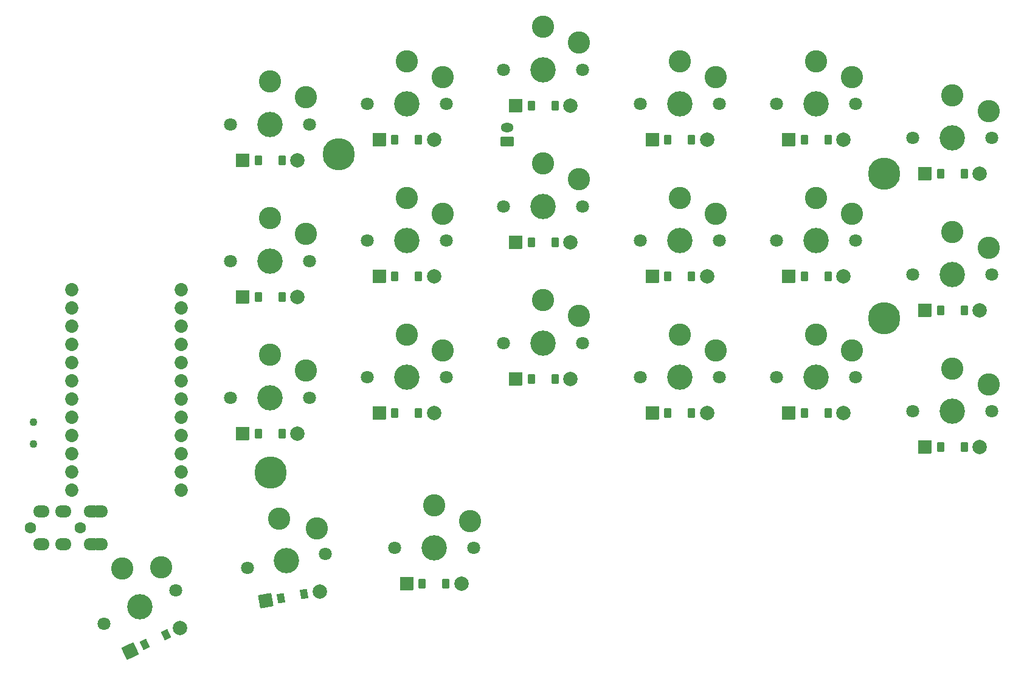
<source format=gbr>
%TF.GenerationSoftware,KiCad,Pcbnew,7.0.9*%
%TF.CreationDate,2024-08-18T04:48:34-07:00*%
%TF.ProjectId,right,72696768-742e-46b6-9963-61645f706362,v1.0.0*%
%TF.SameCoordinates,Original*%
%TF.FileFunction,Soldermask,Top*%
%TF.FilePolarity,Negative*%
%FSLAX46Y46*%
G04 Gerber Fmt 4.6, Leading zero omitted, Abs format (unit mm)*
G04 Created by KiCad (PCBNEW 7.0.9) date 2024-08-18 04:48:34*
%MOMM*%
%LPD*%
G01*
G04 APERTURE LIST*
G04 Aperture macros list*
%AMRoundRect*
0 Rectangle with rounded corners*
0 $1 Rounding radius*
0 $2 $3 $4 $5 $6 $7 $8 $9 X,Y pos of 4 corners*
0 Add a 4 corners polygon primitive as box body*
4,1,4,$2,$3,$4,$5,$6,$7,$8,$9,$2,$3,0*
0 Add four circle primitives for the rounded corners*
1,1,$1+$1,$2,$3*
1,1,$1+$1,$4,$5*
1,1,$1+$1,$6,$7*
1,1,$1+$1,$8,$9*
0 Add four rect primitives between the rounded corners*
20,1,$1+$1,$2,$3,$4,$5,0*
20,1,$1+$1,$4,$5,$6,$7,0*
20,1,$1+$1,$6,$7,$8,$9,0*
20,1,$1+$1,$8,$9,$2,$3,0*%
G04 Aperture macros list end*
%ADD10C,3.529000*%
%ADD11C,1.801800*%
%ADD12C,3.100000*%
%ADD13RoundRect,0.050000X-0.154268X-0.733963X0.661409X-0.353606X0.154268X0.733963X-0.661409X0.353606X0*%
%ADD14RoundRect,0.050000X-0.430000X-1.181415X1.181415X-0.430000X0.430000X1.181415X-1.181415X0.430000X0*%
%ADD15C,2.005000*%
%ADD16RoundRect,0.050000X-0.338975X-0.669026X0.547352X-0.512743X0.338975X0.669026X-0.547352X0.512743X0*%
%ADD17RoundRect,0.050000X-0.721121X-1.029867X1.029867X-0.721121X0.721121X1.029867X-1.029867X0.721121X0*%
%ADD18RoundRect,0.050000X-0.450000X-0.600000X0.450000X-0.600000X0.450000X0.600000X-0.450000X0.600000X0*%
%ADD19RoundRect,0.050000X-0.889000X-0.889000X0.889000X-0.889000X0.889000X0.889000X-0.889000X0.889000X0*%
%ADD20RoundRect,0.050000X0.850000X-0.600000X0.850000X0.600000X-0.850000X0.600000X-0.850000X-0.600000X0*%
%ADD21O,1.800000X1.300000*%
%ADD22C,1.100000*%
%ADD23C,1.600000*%
%ADD24O,2.300000X1.700000*%
%ADD25C,1.852600*%
%ADD26C,0.800000*%
%ADD27C,4.500000*%
G04 APERTURE END LIST*
D10*
%TO.C,S1*%
X158356792Y-179205955D03*
D11*
X163341485Y-176881555D03*
X153372099Y-181530355D03*
D12*
X161303512Y-173694209D03*
X155842213Y-173813424D03*
%TD*%
D10*
%TO.C,S2*%
X178741107Y-172778805D03*
D11*
X184157550Y-171823740D03*
X173324664Y-173733870D03*
D12*
X183013965Y-168217535D03*
X177707900Y-166919199D03*
%TD*%
D10*
%TO.C,S3*%
X199300400Y-170980100D03*
D11*
X204800400Y-170980100D03*
X193800400Y-170980100D03*
D12*
X204300400Y-167230100D03*
X199300400Y-165030100D03*
%TD*%
D10*
%TO.C,S4*%
X271490400Y-151930100D03*
D11*
X276990400Y-151930100D03*
X265990400Y-151930100D03*
D12*
X276490400Y-148180100D03*
X271490400Y-145980100D03*
%TD*%
D10*
%TO.C,S5*%
X271490400Y-132880100D03*
D11*
X276990400Y-132880100D03*
X265990400Y-132880100D03*
D12*
X276490400Y-129130100D03*
X271490400Y-126930100D03*
%TD*%
D10*
%TO.C,S6*%
X271490400Y-113830100D03*
D11*
X276990400Y-113830100D03*
X265990400Y-113830100D03*
D12*
X276490400Y-110080100D03*
X271490400Y-107880100D03*
%TD*%
D10*
%TO.C,S7*%
X252490400Y-147167600D03*
D11*
X257990400Y-147167600D03*
X246990400Y-147167600D03*
D12*
X257490400Y-143417600D03*
X252490400Y-141217600D03*
%TD*%
D10*
%TO.C,S8*%
X252490400Y-128117600D03*
D11*
X257990400Y-128117600D03*
X246990400Y-128117600D03*
D12*
X257490400Y-124367600D03*
X252490400Y-122167600D03*
%TD*%
D10*
%TO.C,S9*%
X252490400Y-109067600D03*
D11*
X257990400Y-109067600D03*
X246990400Y-109067600D03*
D12*
X257490400Y-105317600D03*
X252490400Y-103117600D03*
%TD*%
D10*
%TO.C,S10*%
X233490400Y-147167600D03*
D11*
X238990400Y-147167600D03*
X227990400Y-147167600D03*
D12*
X238490400Y-143417600D03*
X233490400Y-141217600D03*
%TD*%
D10*
%TO.C,S11*%
X233490400Y-128117600D03*
D11*
X238990400Y-128117600D03*
X227990400Y-128117600D03*
D12*
X238490400Y-124367600D03*
X233490400Y-122167600D03*
%TD*%
D10*
%TO.C,S12*%
X233490400Y-109067600D03*
D11*
X238990400Y-109067600D03*
X227990400Y-109067600D03*
D12*
X238490400Y-105317600D03*
X233490400Y-103117600D03*
%TD*%
D10*
%TO.C,S13*%
X214490400Y-142405100D03*
D11*
X219990400Y-142405100D03*
X208990400Y-142405100D03*
D12*
X219490400Y-138655100D03*
X214490400Y-136455100D03*
%TD*%
D10*
%TO.C,S14*%
X214490400Y-123355100D03*
D11*
X219990400Y-123355100D03*
X208990400Y-123355100D03*
D12*
X219490400Y-119605100D03*
X214490400Y-117405100D03*
%TD*%
D10*
%TO.C,S15*%
X214490400Y-104305100D03*
D11*
X219990400Y-104305100D03*
X208990400Y-104305100D03*
D12*
X219490400Y-100555100D03*
X214490400Y-98355100D03*
%TD*%
D10*
%TO.C,S16*%
X195490400Y-147167600D03*
D11*
X200990400Y-147167600D03*
X189990400Y-147167600D03*
D12*
X200490400Y-143417600D03*
X195490400Y-141217600D03*
%TD*%
D10*
%TO.C,S17*%
X195490400Y-128117600D03*
D11*
X200990400Y-128117600D03*
X189990400Y-128117600D03*
D12*
X200490400Y-124367600D03*
X195490400Y-122167600D03*
%TD*%
D10*
%TO.C,S18*%
X195490400Y-109067600D03*
D11*
X200990400Y-109067600D03*
X189990400Y-109067600D03*
D12*
X200490400Y-105317600D03*
X195490400Y-103117600D03*
%TD*%
D10*
%TO.C,S19*%
X176490400Y-150025100D03*
D11*
X181990400Y-150025100D03*
X170990400Y-150025100D03*
D12*
X181490400Y-146275100D03*
X176490400Y-144075100D03*
%TD*%
D10*
%TO.C,S20*%
X176490400Y-130975100D03*
D11*
X181990400Y-130975100D03*
X170990400Y-130975100D03*
D12*
X181490400Y-127225100D03*
X176490400Y-125025100D03*
%TD*%
D10*
%TO.C,S21*%
X176490400Y-111925100D03*
D11*
X181990400Y-111925100D03*
X170990400Y-111925100D03*
D12*
X181490400Y-108175100D03*
X176490400Y-105975100D03*
%TD*%
D13*
%TO.C,D1*%
X158974475Y-184434814D03*
X161965291Y-183040174D03*
D14*
X157016850Y-185347670D03*
D15*
X163922916Y-182127318D03*
%TD*%
D16*
%TO.C,D2*%
X177984415Y-177989363D03*
X181234281Y-177416325D03*
D17*
X175857230Y-178364444D03*
D15*
X183361466Y-177041244D03*
%TD*%
D18*
%TO.C,D3*%
X197650400Y-175980100D03*
X200950400Y-175980100D03*
D19*
X195490400Y-175980100D03*
D15*
X203110400Y-175980100D03*
%TD*%
D18*
%TO.C,D4*%
X269840400Y-156930100D03*
X273140400Y-156930100D03*
D19*
X267680400Y-156930100D03*
D15*
X275300400Y-156930100D03*
%TD*%
D18*
%TO.C,D5*%
X269840400Y-137880100D03*
X273140400Y-137880100D03*
D19*
X267680400Y-137880100D03*
D15*
X275300400Y-137880100D03*
%TD*%
D18*
%TO.C,D6*%
X269840400Y-118830100D03*
X273140400Y-118830100D03*
D19*
X267680400Y-118830100D03*
D15*
X275300400Y-118830100D03*
%TD*%
D18*
%TO.C,D7*%
X250840400Y-152167600D03*
X254140400Y-152167600D03*
D19*
X248680400Y-152167600D03*
D15*
X256300400Y-152167600D03*
%TD*%
D18*
%TO.C,D8*%
X250840400Y-133117600D03*
X254140400Y-133117600D03*
D19*
X248680400Y-133117600D03*
D15*
X256300400Y-133117600D03*
%TD*%
D18*
%TO.C,D9*%
X250840400Y-114067600D03*
X254140400Y-114067600D03*
D19*
X248680400Y-114067600D03*
D15*
X256300400Y-114067600D03*
%TD*%
D18*
%TO.C,D10*%
X231840400Y-152167600D03*
X235140400Y-152167600D03*
D19*
X229680400Y-152167600D03*
D15*
X237300400Y-152167600D03*
%TD*%
D18*
%TO.C,D11*%
X231840400Y-133117600D03*
X235140400Y-133117600D03*
D19*
X229680400Y-133117600D03*
D15*
X237300400Y-133117600D03*
%TD*%
D18*
%TO.C,D12*%
X231840400Y-114067600D03*
X235140400Y-114067600D03*
D19*
X229680400Y-114067600D03*
D15*
X237300400Y-114067600D03*
%TD*%
D18*
%TO.C,D13*%
X212840400Y-147405100D03*
X216140400Y-147405100D03*
D19*
X210680400Y-147405100D03*
D15*
X218300400Y-147405100D03*
%TD*%
D18*
%TO.C,D14*%
X212840400Y-128355100D03*
X216140400Y-128355100D03*
D19*
X210680400Y-128355100D03*
D15*
X218300400Y-128355100D03*
%TD*%
D18*
%TO.C,D15*%
X212840400Y-109305100D03*
X216140400Y-109305100D03*
D19*
X210680400Y-109305100D03*
D15*
X218300400Y-109305100D03*
%TD*%
D18*
%TO.C,D16*%
X193840400Y-152167600D03*
X197140400Y-152167600D03*
D19*
X191680400Y-152167600D03*
D15*
X199300400Y-152167600D03*
%TD*%
D18*
%TO.C,D17*%
X193840400Y-133117600D03*
X197140400Y-133117600D03*
D19*
X191680400Y-133117600D03*
D15*
X199300400Y-133117600D03*
%TD*%
D18*
%TO.C,D18*%
X193840400Y-114067600D03*
X197140400Y-114067600D03*
D19*
X191680400Y-114067600D03*
D15*
X199300400Y-114067600D03*
%TD*%
D18*
%TO.C,D19*%
X174840400Y-155025100D03*
X178140400Y-155025100D03*
D19*
X172680400Y-155025100D03*
D15*
X180300400Y-155025100D03*
%TD*%
D18*
%TO.C,D20*%
X174840400Y-135975100D03*
X178140400Y-135975100D03*
D19*
X172680400Y-135975100D03*
D15*
X180300400Y-135975100D03*
%TD*%
D18*
%TO.C,D21*%
X174840400Y-116925100D03*
X178140400Y-116925100D03*
D19*
X172680400Y-116925100D03*
D15*
X180300400Y-116925100D03*
%TD*%
D20*
%TO.C,JST1*%
X209490400Y-114355100D03*
D21*
X209490400Y-112355100D03*
%TD*%
D22*
%TO.C,T1*%
X143490400Y-153475100D03*
X143490400Y-156475100D03*
%TD*%
D23*
%TO.C,TRRS1*%
X150059800Y-168186100D03*
X143059800Y-168186100D03*
D24*
X152759800Y-165886100D03*
X151659800Y-170486100D03*
X147659800Y-170486100D03*
X144659800Y-170486100D03*
X152759800Y-170486100D03*
X151659800Y-165886100D03*
X147659800Y-165886100D03*
X144659800Y-165886100D03*
%TD*%
D25*
%TO.C,MCU1*%
X164110400Y-135005100D03*
X164110400Y-137545100D03*
X164110400Y-140085100D03*
X164110400Y-142625100D03*
X164110400Y-145165100D03*
X164110400Y-147705100D03*
X164110400Y-150245100D03*
X164110400Y-152785100D03*
X164110400Y-155325100D03*
X164110400Y-157865100D03*
X164110400Y-160405100D03*
X164110400Y-162945100D03*
X148870400Y-162945100D03*
X148870400Y-160405100D03*
X148870400Y-157865100D03*
X148870400Y-155325100D03*
X148870400Y-152785100D03*
X148870400Y-150245100D03*
X148870400Y-147705100D03*
X148870400Y-145165100D03*
X148870400Y-142625100D03*
X148870400Y-140085100D03*
X148870400Y-137545100D03*
X148870400Y-135005100D03*
%TD*%
D26*
%TO.C,_1*%
X263157126Y-119996826D03*
D27*
X261990400Y-118830100D03*
D26*
X261990400Y-120480100D03*
X263157126Y-117663374D03*
X260340400Y-118830100D03*
X260823674Y-117663374D03*
X260823674Y-119996826D03*
X263640400Y-118830100D03*
X261990400Y-117180100D03*
%TD*%
%TO.C,_2*%
X263157126Y-140096826D03*
D27*
X261990400Y-138930100D03*
D26*
X261990400Y-140580100D03*
X263157126Y-137763374D03*
X260340400Y-138930100D03*
X260823674Y-137763374D03*
X260823674Y-140096826D03*
X263640400Y-138930100D03*
X261990400Y-137280100D03*
%TD*%
%TO.C,_3*%
X187157126Y-117234326D03*
D27*
X185990400Y-116067600D03*
D26*
X185990400Y-117717600D03*
X187157126Y-114900874D03*
X184340400Y-116067600D03*
X184823674Y-114900874D03*
X184823674Y-117234326D03*
X187640400Y-116067600D03*
X185990400Y-114417600D03*
%TD*%
%TO.C,_4*%
X177922106Y-161415109D03*
D27*
X176570505Y-160468708D03*
D26*
X176857024Y-162093641D03*
X177516906Y-159117107D03*
X174945572Y-160755227D03*
X175218904Y-159522307D03*
X175624104Y-161820309D03*
X178195438Y-160182189D03*
X176283986Y-158843775D03*
%TD*%
M02*

</source>
